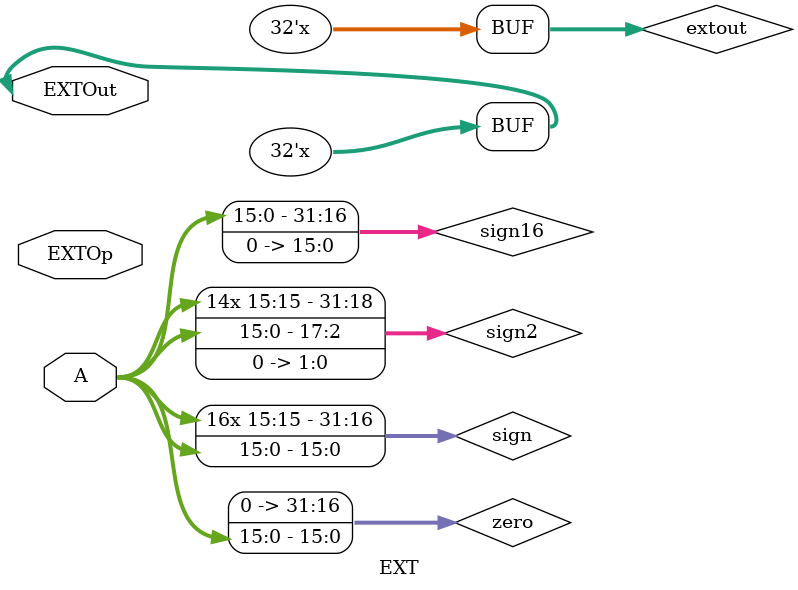
<source format=v>
`timescale 1ns / 1ps
module EXT(
    input [15:0] A,
    input [1:0] EXTOp,
    inout [31:0] EXTOut
    );

    reg [31:0] zero;
	 reg [31:0] sign;
	 reg [31:0] sign2;
	 reg [31:0] sign16;
	 reg [31:0] extout;
	 always @* begin
	 zero[15:0] <= A;
	 zero[31:16] <= 0;
	 
	 sign[15:0] <= A[15:0];
	 sign[31:16] <= {16{A[15]}};
	 
	 sign2[1:0] <= 0;
	 sign2[17:2] <= A;
	 sign2[31:18] <= {14{A[15]}};
	 
	 sign16[15:0] <= 0;
	 sign16[31:16] <= A[15:0];
	 
	 if (EXTOp == 0)
		extout <= zero;
	else if (EXTOp == 1)
		extout <= sign;
	else if (EXTOp == 2)
		extout <= sign2;
	else if (EXTOp == 3)
		extout <= sign16;
	 end
	 assign EXTOut = extout;
endmodule

</source>
